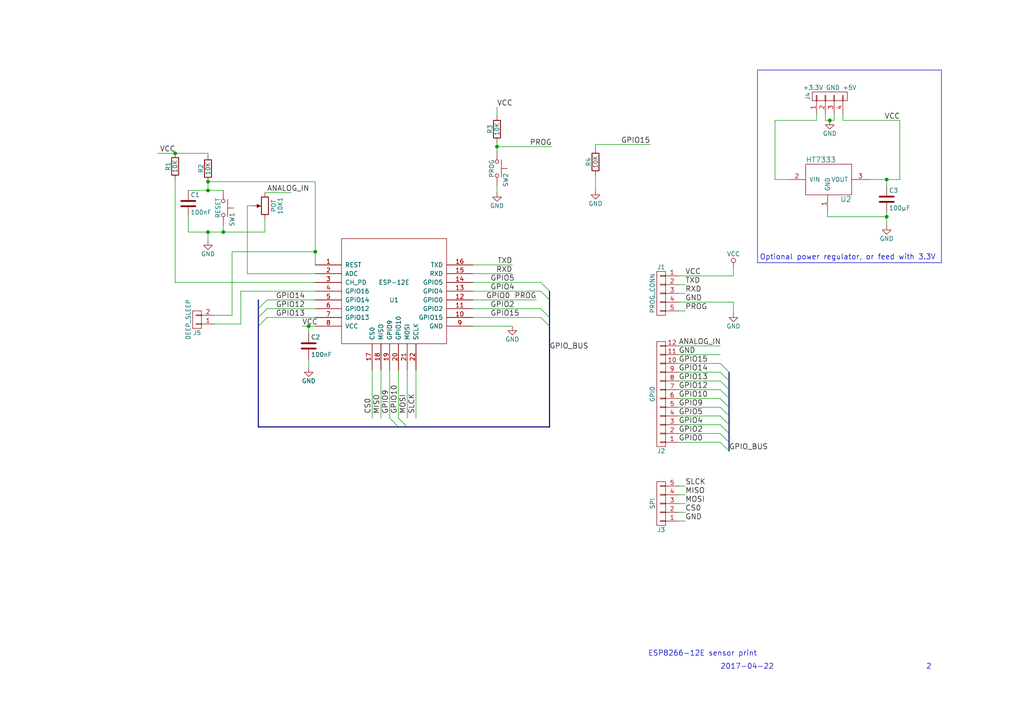
<source format=kicad_sch>
(kicad_sch (version 20230121) (generator eeschema)
  (paper "A4")
  (lib_symbols
    (symbol "ESP-Sensors-rescue:C" (pin_numbers hide) (pin_names (offset 0.254))
      (property "Reference" "C" (at 0.635 2.54 0))
      (property "Value" "C" (at 0.635 -2.54 0))
      (symbol "C_0_1"
        (polyline (pts (xy -2.032 -0.762) (xy 2.032 -0.762)) (stroke (width 0.508)))
        (polyline (pts (xy -2.032 0.762) (xy 2.032 0.762)) (stroke (width 0.508)))
      )
      (symbol "C_1_1"
        (pin passive line (at 0 3.81 270) (length 2.794) (name "~") (number "1"))
        (pin passive line (at 0 -3.81 90) (length 2.794) (name "~") (number "2"))
      )
    )
    (symbol "ESP-Sensors-rescue:CONN_01X02" (pin_names (offset 1.016) hide)
      (property "Reference" "J" (at 0 3.81 0))
      (property "Value" "CONN_01X02" (at 2.54 0 90))
      (symbol "CONN_01X02_0_1"
        (rectangle (start -1.27 -1.143) (end 0.254 -1.397))
        (rectangle (start -1.27 1.397) (end 0.254 1.143))
        (rectangle (start -1.27 2.54) (end 1.27 -2.54))
      )
      (symbol "CONN_01X02_1_1"
        (pin passive line (at -5.08 1.27 0) (length 3.81) (name "P1") (number "1"))
        (pin passive line (at -5.08 -1.27 0) (length 3.81) (name "P2") (number "2"))
      )
    )
    (symbol "ESP-Sensors-rescue:CONN_01X04" (pin_names (offset 1.016) hide)
      (property "Reference" "J" (at 0 6.35 0))
      (property "Value" "CONN_01X04" (at 2.54 0 90))
      (symbol "CONN_01X04_0_1"
        (rectangle (start -1.27 -3.683) (end 0.254 -3.937))
        (rectangle (start -1.27 -1.143) (end 0.254 -1.397))
        (rectangle (start -1.27 1.397) (end 0.254 1.143))
        (rectangle (start -1.27 3.937) (end 0.254 3.683))
        (rectangle (start -1.27 5.08) (end 1.27 -5.08))
      )
      (symbol "CONN_01X04_1_1"
        (pin power_out line (at -5.08 3.81 0) (length 3.81) (name "P1") (number "1"))
        (pin passive line (at -5.08 1.27 0) (length 3.81) (name "P2") (number "2"))
        (pin passive line (at -5.08 -1.27 0) (length 3.81) (name "P3") (number "3"))
        (pin passive line (at -5.08 -3.81 0) (length 3.81) (name "P4") (number "4"))
      )
    )
    (symbol "ESP-Sensors-rescue:CONN_01X05" (pin_names (offset 1.016) hide)
      (property "Reference" "J" (at 0 7.62 0))
      (property "Value" "CONN_01X05" (at 2.54 0 90))
      (symbol "CONN_01X05_0_1"
        (rectangle (start -1.27 -4.953) (end 0.254 -5.207))
        (rectangle (start -1.27 -2.413) (end 0.254 -2.667))
        (rectangle (start -1.27 0.127) (end 0.254 -0.127))
        (rectangle (start -1.27 2.667) (end 0.254 2.413))
        (rectangle (start -1.27 5.207) (end 0.254 4.953))
        (rectangle (start -1.27 6.35) (end 1.27 -6.35))
      )
      (symbol "CONN_01X05_1_1"
        (pin passive line (at -5.08 5.08 0) (length 3.81) (name "P1") (number "1"))
        (pin passive line (at -5.08 2.54 0) (length 3.81) (name "P2") (number "2"))
        (pin passive line (at -5.08 0 0) (length 3.81) (name "P3") (number "3"))
        (pin passive line (at -5.08 -2.54 0) (length 3.81) (name "P4") (number "4"))
        (pin passive line (at -5.08 -5.08 0) (length 3.81) (name "P5") (number "5"))
      )
    )
    (symbol "ESP-Sensors-rescue:CONN_01X12" (pin_names (offset 1.016) hide)
      (property "Reference" "J" (at 0 16.51 0))
      (property "Value" "CONN_01X12" (at 2.54 0 90))
      (symbol "CONN_01X12_0_1"
        (rectangle (start -1.27 -15.24) (end 1.27 15.24))
        (rectangle (start -1.27 -13.843) (end 0.254 -14.097))
        (rectangle (start -1.27 -11.303) (end 0.254 -11.557))
        (rectangle (start -1.27 -8.763) (end 0.254 -9.017))
        (rectangle (start -1.27 -6.223) (end 0.254 -6.477))
        (rectangle (start -1.27 -3.683) (end 0.254 -3.937))
        (rectangle (start -1.27 -1.143) (end 0.254 -1.397))
        (rectangle (start -1.27 1.397) (end 0.254 1.143))
        (rectangle (start -1.27 3.937) (end 0.254 3.683))
        (rectangle (start -1.27 6.477) (end 0.254 6.223))
        (rectangle (start -1.27 9.017) (end 0.254 8.763))
        (rectangle (start -1.27 11.557) (end 0.254 11.303))
        (rectangle (start -1.27 14.097) (end 0.254 13.843))
      )
      (symbol "CONN_01X12_1_1"
        (pin passive line (at -5.08 13.97 0) (length 3.81) (name "P1") (number "1"))
        (pin passive line (at -5.08 -8.89 0) (length 3.81) (name "P10") (number "10"))
        (pin passive line (at -5.08 -11.43 0) (length 3.81) (name "P11") (number "11"))
        (pin passive line (at -5.08 -13.97 0) (length 3.81) (name "P12") (number "12"))
        (pin passive line (at -5.08 11.43 0) (length 3.81) (name "P2") (number "2"))
        (pin passive line (at -5.08 8.89 0) (length 3.81) (name "P3") (number "3"))
        (pin passive line (at -5.08 6.35 0) (length 3.81) (name "P4") (number "4"))
        (pin passive line (at -5.08 3.81 0) (length 3.81) (name "P5") (number "5"))
        (pin passive line (at -5.08 1.27 0) (length 3.81) (name "P6") (number "6"))
        (pin passive line (at -5.08 -1.27 0) (length 3.81) (name "P7") (number "7"))
        (pin passive line (at -5.08 -3.81 0) (length 3.81) (name "P8") (number "8"))
        (pin passive line (at -5.08 -6.35 0) (length 3.81) (name "P9") (number "9"))
      )
    )
    (symbol "ESP-Sensors-rescue:ESP-12E" (pin_names (offset 1.016))
      (property "Reference" "U" (at 0 -2.54 0))
      (property "Value" "ESP-12E" (at 0 2.54 0))
      (symbol "ESP-12E_1_0"
        (rectangle (start -15.24 -15.24) (end 15.24 15.24))
      )
      (symbol "ESP-12E_1_1"
        (pin input line (at -22.86 7.62 0) (length 7.62) (name "REST") (number "1"))
        (pin bidirectional line (at 22.86 -7.62 180) (length 7.62) (name "GPIO15") (number "10"))
        (pin bidirectional line (at 22.86 -5.08 180) (length 7.62) (name "GPIO2") (number "11"))
        (pin bidirectional line (at 22.86 -2.54 180) (length 7.62) (name "GPIO0") (number "12"))
        (pin bidirectional line (at 22.86 0 180) (length 7.62) (name "GPIO4") (number "13"))
        (pin bidirectional line (at 22.86 2.54 180) (length 7.62) (name "GPIO5") (number "14"))
        (pin input line (at 22.86 5.08 180) (length 7.62) (name "RXD") (number "15"))
        (pin output line (at 22.86 7.62 180) (length 7.62) (name "TXD") (number "16"))
        (pin bidirectional line (at -6.35 -22.86 90) (length 7.62) (name "CS0") (number "17"))
        (pin bidirectional line (at -3.81 -22.86 90) (length 7.62) (name "MISO") (number "18"))
        (pin bidirectional line (at -1.27 -22.86 90) (length 7.62) (name "GPIO9") (number "19"))
        (pin passive line (at -22.86 5.08 0) (length 7.62) (name "ADC") (number "2"))
        (pin bidirectional line (at 1.27 -22.86 90) (length 7.62) (name "GPIO10") (number "20"))
        (pin bidirectional line (at 3.81 -22.86 90) (length 7.62) (name "MOSI") (number "21"))
        (pin bidirectional line (at 6.35 -22.86 90) (length 7.62) (name "SCLK") (number "22"))
        (pin input line (at -22.86 2.54 0) (length 7.62) (name "CH_PD") (number "3"))
        (pin bidirectional line (at -22.86 0 0) (length 7.62) (name "GPIO16") (number "4"))
        (pin bidirectional line (at -22.86 -2.54 0) (length 7.62) (name "GPIO14") (number "5"))
        (pin bidirectional line (at -22.86 -5.08 0) (length 7.62) (name "GPIO12") (number "6"))
        (pin bidirectional line (at -22.86 -7.62 0) (length 7.62) (name "GPIO13") (number "7"))
        (pin power_in line (at -22.86 -10.16 0) (length 7.62) (name "VCC") (number "8"))
        (pin power_in line (at 22.86 -10.16 180) (length 7.62) (name "GND") (number "9"))
      )
    )
    (symbol "ESP-Sensors-rescue:GND" (power) (pin_names (offset 0))
      (property "Value" "GND" (at 0 -3.81 0))
      (symbol "GND_0_1"
        (polyline (pts (xy 0 0) (xy 0 -1.27) (xy 1.27 -1.27) (xy 0 -2.54) (xy -1.27 -1.27) (xy 0 -1.27)))
      )
      (symbol "GND_1_1"
        (pin power_in line (at 0 0 270) (length 0) hide (name "GND") (number "1"))
      )
    )
    (symbol "ESP-Sensors-rescue:HT7333" (pin_names (offset 1.016))
      (property "Reference" "U" (at 6.985 -5.715 0))
      (property "Value" "HT7333" (at -1.905 5.715 0))
      (symbol "HT7333_0_1"
        (rectangle (start -6.35 4.445) (end 6.985 -4.445))
      )
      (symbol "HT7333_1_1"
        (pin passive line (at 0 -9.525 90) (length 5.08) (name "GND") (number "1"))
        (pin power_in line (at -11.43 0 0) (length 5.08) (name "VIN") (number "2"))
        (pin power_out line (at 12.065 0 180) (length 5.08) (name "VOUT") (number "3"))
      )
    )
    (symbol "ESP-Sensors-rescue:POT" (pin_numbers hide) (pin_names (offset 1.016) hide)
      (property "Reference" "RV" (at -4.445 0 90))
      (property "Value" "POT" (at -2.54 0 90))
      (symbol "POT_0_1"
        (polyline (pts (xy 2.54 0) (xy 1.524 0)))
        (polyline (pts (xy 1.143 0) (xy 2.286 0.508) (xy 2.286 -0.508)) (fill (type outline)))
        (rectangle (start 1.016 2.54) (end -1.016 -2.54) (stroke (width 0.254)))
      )
      (symbol "POT_1_1"
        (pin passive line (at 0 3.81 270) (length 1.27) (name "1") (number "1"))
        (pin passive line (at 3.81 0 180) (length 1.27) (name "2") (number "2"))
        (pin passive line (at 0 -3.81 90) (length 1.27) (name "3") (number "3"))
      )
    )
    (symbol "ESP-Sensors-rescue:PROG_CONN" (pin_names (offset 1.016) hide)
      (property "Reference" "J" (at 0 7.62 0))
      (property "Value" "PROG_CONN" (at 2.54 0 90))
      (symbol "PROG_CONN_0_1"
        (rectangle (start -1.27 -4.953) (end 0.254 -5.207))
        (rectangle (start -1.27 -2.413) (end 0.254 -2.667))
        (rectangle (start -1.27 0.127) (end 0.254 -0.127))
        (rectangle (start -1.27 2.667) (end 0.254 2.413))
        (rectangle (start -1.27 5.207) (end 0.254 4.953))
        (rectangle (start -1.27 6.35) (end 1.27 -6.35))
      )
      (symbol "PROG_CONN_1_1"
        (pin passive line (at -5.08 5.08 0) (length 3.81) (name "P1") (number "1"))
        (pin input line (at -5.08 2.54 0) (length 3.81) (name "P2") (number "2"))
        (pin output line (at -5.08 0 0) (length 3.81) (name "P3") (number "3"))
        (pin power_out line (at -5.08 -2.54 0) (length 3.81) (name "P4") (number "4"))
        (pin passive line (at -5.08 -5.08 0) (length 3.81) (name "P5") (number "5"))
      )
    )
    (symbol "ESP-Sensors-rescue:R" (pin_numbers hide) (pin_names (offset 0))
      (property "Reference" "R" (at 2.032 0 90))
      (property "Value" "R" (at 0 0 90))
      (symbol "R_0_1"
        (rectangle (start -1.016 -2.54) (end 1.016 2.54) (stroke (width 0.254)))
      )
      (symbol "R_1_1"
        (pin passive line (at 0 3.81 270) (length 1.27) (name "~") (number "1"))
        (pin passive line (at 0 -3.81 90) (length 1.27) (name "~") (number "2"))
      )
    )
    (symbol "ESP-Sensors-rescue:SW_Push" (pin_numbers hide) (pin_names (offset 1.016) hide)
      (property "Reference" "SW" (at 1.27 2.54 0))
      (property "Value" "SW_Push" (at 0 -1.524 0))
      (symbol "SW_Push_0_1"
        (circle (center -2.032 0) (radius 0.508))
        (polyline (pts (xy 0 1.27) (xy 0 3.048)))
        (polyline (pts (xy 2.54 1.27) (xy -2.54 1.27)))
        (circle (center 2.032 0) (radius 0.508))
        (pin passive line (at -5.08 0 0) (length 2.54) (name "1") (number "1"))
        (pin passive line (at 5.08 0 180) (length 2.54) (name "2") (number "2"))
      )
    )
    (symbol "ESP-Sensors-rescue:VCC" (power) (pin_names (offset 0))
      (property "Value" "VCC" (at 0 3.81 0))
      (symbol "VCC_0_1"
        (polyline (pts (xy 0 0) (xy 0 1.27)))
        (circle (center 0 1.905) (radius 0.635))
      )
      (symbol "VCC_1_1"
        (pin power_in line (at 0 0 90) (length 0) hide (name "VCC") (number "1"))
      )
    )
  )
  (junction (at 89.535 94.615))
  (junction (at 60.325 67.31))
  (junction (at 50.8 44.45))
  (junction (at 144.145 42.545))
  (junction (at 91.44 73.025))
  (junction (at 240.665 34.925))
  (junction (at 60.325 52.705))
  (junction (at 257.175 62.865))
  (junction (at 60.325 55.245))
  (junction (at 64.77 67.31))
  (junction (at 257.175 52.07))
  (bus_entry (at 156.845 89.535) (size 2.54 2.54))
  (bus_entry (at 208.915 128.27) (size 2.54 2.54))
  (bus_entry (at 77.47 92.075) (size -2.54 2.54))
  (bus_entry (at 77.47 89.535) (size -2.54 2.54))
  (bus_entry (at 113.03 121.285) (size 2.54 2.54))
  (bus_entry (at 156.845 81.915) (size 2.54 2.54))
  (bus_entry (at 156.845 84.455) (size 2.54 2.54))
  (bus_entry (at 208.915 110.49) (size 2.54 2.54))
  (bus_entry (at 208.915 105.41) (size 2.54 2.54))
  (bus_entry (at 208.915 125.73) (size 2.54 2.54))
  (bus_entry (at 208.915 118.11) (size 2.54 2.54))
  (bus_entry (at 208.915 113.03) (size 2.54 2.54))
  (bus_entry (at 115.57 121.285) (size 2.54 2.54))
  (bus_entry (at 208.915 107.95) (size 2.54 2.54))
  (bus_entry (at 208.915 120.65) (size 2.54 2.54))
  (bus_entry (at 77.47 86.995) (size -2.54 2.54))
  (bus_entry (at 156.845 92.075) (size 2.54 2.54))
  (bus_entry (at 208.915 115.57) (size 2.54 2.54))
  (bus_entry (at 208.915 123.19) (size 2.54 2.54))
  (bus (pts (xy 211.455 120.65) (xy 211.455 123.19)))
  (bus (pts (xy 118.11 123.825) (xy 159.385 123.825)))
  (wire (pts (xy 69.85 84.455) (xy 69.85 93.98)))
  (wire (pts (xy 54.61 67.31) (xy 60.325 67.31)))
  (wire (pts (xy 244.475 33.02) (xy 244.475 34.925)))
  (wire (pts (xy 224.79 52.07) (xy 228.6 52.07)))
  (wire (pts (xy 137.16 81.915) (xy 156.845 81.915)))
  (wire (pts (xy 196.85 128.27) (xy 208.915 128.27)))
  (wire (pts (xy 196.85 143.51) (xy 198.755 143.51)))
  (wire (pts (xy 260.985 34.925) (xy 260.985 52.07)))
  (wire (pts (xy 144.145 41.275) (xy 144.145 42.545)))
  (wire (pts (xy 144.145 33.655) (xy 144.145 31.115)))
  (wire (pts (xy 110.49 107.315) (xy 110.49 121.285)))
  (polyline (pts (xy 219.71 76.2) (xy 273.05 76.2)))
  (wire (pts (xy 76.835 67.31) (xy 76.835 63.5)))
  (wire (pts (xy 196.85 125.73) (xy 208.915 125.73)))
  (bus (pts (xy 159.385 94.615) (xy 159.385 92.075)))
  (wire (pts (xy 196.85 105.41) (xy 208.915 105.41)))
  (wire (pts (xy 67.31 91.44) (xy 67.31 73.025)))
  (wire (pts (xy 137.16 79.375) (xy 148.59 79.375)))
  (wire (pts (xy 115.57 107.315) (xy 115.57 121.285)))
  (wire (pts (xy 137.16 92.075) (xy 156.845 92.075)))
  (wire (pts (xy 196.85 151.13) (xy 198.755 151.13)))
  (wire (pts (xy 239.395 33.02) (xy 239.395 34.925)))
  (wire (pts (xy 236.855 34.925) (xy 236.855 33.02)))
  (bus (pts (xy 211.455 118.11) (xy 211.455 120.65)))
  (wire (pts (xy 54.61 55.245) (xy 60.325 55.245)))
  (wire (pts (xy 54.61 62.865) (xy 54.61 67.31)))
  (wire (pts (xy 196.85 123.19) (xy 208.915 123.19)))
  (wire (pts (xy 89.535 94.615) (xy 89.535 96.52)))
  (bus (pts (xy 211.455 107.95) (xy 211.455 110.49)))
  (wire (pts (xy 239.395 34.925) (xy 240.665 34.925)))
  (wire (pts (xy 60.325 44.45) (xy 60.325 45.085)))
  (wire (pts (xy 224.79 34.925) (xy 224.79 52.07)))
  (wire (pts (xy 60.325 55.245) (xy 64.77 55.245)))
  (polyline (pts (xy 219.71 20.32) (xy 219.71 76.2)))
  (wire (pts (xy 118.11 107.315) (xy 118.11 121.285)))
  (wire (pts (xy 91.44 89.535) (xy 77.47 89.535)))
  (wire (pts (xy 196.85 148.59) (xy 198.755 148.59)))
  (wire (pts (xy 172.72 41.91) (xy 188.595 41.91)))
  (wire (pts (xy 71.755 59.69) (xy 73.025 59.69)))
  (wire (pts (xy 144.145 42.545) (xy 160.02 42.545)))
  (wire (pts (xy 64.77 67.31) (xy 76.835 67.31)))
  (wire (pts (xy 71.755 79.375) (xy 91.44 79.375)))
  (wire (pts (xy 240.03 62.865) (xy 257.175 62.865)))
  (bus (pts (xy 159.385 92.075) (xy 159.385 86.995)))
  (wire (pts (xy 257.175 62.865) (xy 257.175 65.405)))
  (wire (pts (xy 212.725 80.01) (xy 212.725 77.47)))
  (bus (pts (xy 74.93 94.615) (xy 74.93 123.825)))
  (bus (pts (xy 159.385 123.825) (xy 159.385 94.615)))
  (wire (pts (xy 196.85 113.03) (xy 208.915 113.03)))
  (wire (pts (xy 137.16 86.995) (xy 155.575 86.995)))
  (wire (pts (xy 87.63 94.615) (xy 89.535 94.615)))
  (wire (pts (xy 91.44 52.705) (xy 91.44 73.025)))
  (bus (pts (xy 211.455 128.27) (xy 211.455 130.81)))
  (wire (pts (xy 257.175 52.07) (xy 252.095 52.07)))
  (wire (pts (xy 144.145 42.545) (xy 144.145 43.815)))
  (wire (pts (xy 62.23 91.44) (xy 67.31 91.44)))
  (bus (pts (xy 211.455 125.73) (xy 211.455 128.27)))
  (wire (pts (xy 240.03 61.595) (xy 240.03 62.865)))
  (wire (pts (xy 196.85 107.95) (xy 208.915 107.95)))
  (wire (pts (xy 257.175 61.595) (xy 257.175 62.865)))
  (wire (pts (xy 196.85 100.33) (xy 208.915 100.33)))
  (wire (pts (xy 196.85 146.05) (xy 198.755 146.05)))
  (wire (pts (xy 196.85 90.17) (xy 198.755 90.17)))
  (wire (pts (xy 196.85 102.87) (xy 208.915 102.87)))
  (wire (pts (xy 172.72 41.91) (xy 172.72 43.18)))
  (wire (pts (xy 212.725 87.63) (xy 212.725 90.805)))
  (wire (pts (xy 91.44 86.995) (xy 77.47 86.995)))
  (wire (pts (xy 196.85 110.49) (xy 208.915 110.49)))
  (bus (pts (xy 74.93 92.075) (xy 74.93 94.615)))
  (wire (pts (xy 60.325 55.245) (xy 60.325 52.705)))
  (wire (pts (xy 196.85 115.57) (xy 208.915 115.57)))
  (wire (pts (xy 60.325 52.705) (xy 91.44 52.705)))
  (wire (pts (xy 67.31 73.025) (xy 91.44 73.025)))
  (wire (pts (xy 91.44 73.025) (xy 91.44 76.835)))
  (polyline (pts (xy 273.05 20.32) (xy 219.71 20.32)))
  (wire (pts (xy 144.145 53.975) (xy 144.145 55.88)))
  (wire (pts (xy 196.85 87.63) (xy 212.725 87.63)))
  (wire (pts (xy 64.77 67.31) (xy 64.77 65.405)))
  (bus (pts (xy 211.455 110.49) (xy 211.455 113.03)))
  (bus (pts (xy 74.93 86.995) (xy 74.93 89.535)))
  (bus (pts (xy 211.455 113.03) (xy 211.455 115.57)))
  (wire (pts (xy 137.16 89.535) (xy 156.845 89.535)))
  (wire (pts (xy 137.16 84.455) (xy 156.845 84.455)))
  (wire (pts (xy 240.665 34.925) (xy 241.935 34.925)))
  (wire (pts (xy 196.85 80.01) (xy 212.725 80.01)))
  (wire (pts (xy 196.85 120.65) (xy 208.915 120.65)))
  (bus (pts (xy 159.385 86.995) (xy 159.385 84.455)))
  (wire (pts (xy 120.65 107.315) (xy 120.65 121.285)))
  (wire (pts (xy 257.175 52.07) (xy 257.175 53.975)))
  (wire (pts (xy 45.72 44.45) (xy 50.8 44.45)))
  (wire (pts (xy 244.475 34.925) (xy 260.985 34.925)))
  (wire (pts (xy 60.325 67.31) (xy 60.325 69.85)))
  (wire (pts (xy 50.8 44.45) (xy 60.325 44.45)))
  (wire (pts (xy 89.535 104.14) (xy 89.535 106.68)))
  (wire (pts (xy 224.79 34.925) (xy 236.855 34.925)))
  (wire (pts (xy 196.85 85.09) (xy 198.755 85.09)))
  (wire (pts (xy 241.935 34.925) (xy 241.935 33.02)))
  (bus (pts (xy 211.455 123.19) (xy 211.455 125.73)))
  (bus (pts (xy 74.93 123.825) (xy 115.57 123.825)))
  (wire (pts (xy 91.44 92.075) (xy 77.47 92.075)))
  (wire (pts (xy 137.16 76.835) (xy 148.59 76.835)))
  (wire (pts (xy 113.03 107.315) (xy 113.03 121.285)))
  (wire (pts (xy 76.835 55.88) (xy 84.455 55.88)))
  (wire (pts (xy 196.85 82.55) (xy 198.755 82.55)))
  (wire (pts (xy 260.985 52.07) (xy 257.175 52.07)))
  (wire (pts (xy 107.95 107.315) (xy 107.95 121.285)))
  (wire (pts (xy 50.8 52.07) (xy 50.8 81.915)))
  (wire (pts (xy 89.535 94.615) (xy 91.44 94.615)))
  (wire (pts (xy 71.755 79.375) (xy 71.755 59.69)))
  (wire (pts (xy 69.85 93.98) (xy 62.23 93.98)))
  (wire (pts (xy 60.325 67.31) (xy 64.77 67.31)))
  (wire (pts (xy 196.85 118.11) (xy 208.915 118.11)))
  (bus (pts (xy 115.57 123.825) (xy 118.11 123.825)))
  (wire (pts (xy 196.85 140.97) (xy 198.755 140.97)))
  (polyline (pts (xy 273.05 76.2) (xy 273.05 20.32)))
  (wire (pts (xy 69.85 84.455) (xy 91.44 84.455)))
  (bus (pts (xy 211.455 115.57) (xy 211.455 118.11)))
  (wire (pts (xy 50.8 81.915) (xy 91.44 81.915)))
  (bus (pts (xy 74.93 89.535) (xy 74.93 92.075)))
  (wire (pts (xy 172.72 50.8) (xy 172.72 55.245)))
  (wire (pts (xy 137.16 94.615) (xy 148.59 94.615)))
  (text "Optional power regulator, or feed with 3.3V" (at 220.345 75.565 0) (effects (font (size 1.524 1.524)) (justify left bottom)))
  (text "2" (at 268.605 194.31 0) (effects (font (size 1.524 1.524)) (justify left bottom)))
  (text "2017-04-22" (at 208.915 194.31 0) (effects (font (size 1.524 1.524)) (justify left bottom)))
  (text "ESP8266-12E sensor print" (at 187.96 190.5 0) (effects (font (size 1.524 1.524)) (justify left bottom)))
  (label "GND" (at 198.755 151.13 0) (effects (font (size 1.524 1.524))))
  (label "ANALOG_IN" (at 77.47 55.88 0) (effects (font (size 1.524 1.524))))
  (label "GPIO13" (at 80.01 92.075 0) (effects (font (size 1.524 1.524))))
  (label "GPIO2" (at 196.85 125.73 0) (effects (font (size 1.524 1.524))))
  (label "MISO" (at 198.755 143.51 0) (effects (font (size 1.524 1.524))))
  (label "GPIO10" (at 196.85 115.57 0) (effects (font (size 1.524 1.524))))
  (label "MOSI" (at 198.755 146.05 0) (effects (font (size 1.524 1.524))))
  (label "GPIO_BUS" (at 211.455 130.81 0) (effects (font (size 1.524 1.524))))
  (label "GPIO12" (at 196.85 113.03 0) (effects (font (size 1.524 1.524))))
  (label "GND" (at 196.85 102.87 0) (effects (font (size 1.524 1.524))))
  (label "GPIO14" (at 80.01 86.995 0) (effects (font (size 1.524 1.524))))
  (label "ANALOG_IN" (at 196.85 100.33 0) (effects (font (size 1.524 1.524))))
  (label "GPIO15" (at 142.24 92.075 0) (effects (font (size 1.524 1.524))))
  (label "GPIO_BUS" (at 159.385 101.6 0) (effects (font (size 1.524 1.524))))
  (label "GPIO9" (at 196.85 118.11 0) (effects (font (size 1.524 1.524))))
  (label "PROG" (at 198.755 90.17 0) (effects (font (size 1.524 1.524))))
  (label "GPIO4" (at 142.24 84.455 0) (effects (font (size 1.524 1.524))))
  (label "GPIO10" (at 115.57 120.015 90) (effects (font (size 1.524 1.524))))
  (label "GND" (at 198.755 87.63 0) (effects (font (size 1.524 1.524))))
  (label "VCC" (at 46.355 44.45 0) (effects (font (size 1.524 1.524))))
  (label "GPIO9" (at 113.03 120.015 90) (effects (font (size 1.524 1.524))))
  (label "VCC" (at 198.755 80.01 0) (effects (font (size 1.524 1.524))))
  (label "SLCK" (at 120.65 120.015 90) (effects (font (size 1.524 1.524))))
  (label "GPIO0" (at 196.85 128.27 0) (effects (font (size 1.524 1.524))))
  (label "VCC" (at 144.145 31.115 0) (effects (font (size 1.524 1.524))))
  (label "MOSI" (at 118.11 120.015 90) (effects (font (size 1.524 1.524))))
  (label "MISO" (at 110.49 120.015 90) (effects (font (size 1.524 1.524))))
  (label "VCC" (at 87.63 94.615 0) (effects (font (size 1.524 1.524))))
  (label "VCC" (at 256.54 34.925 0) (effects (font (size 1.524 1.524))))
  (label "GPIO13" (at 196.85 110.49 0) (effects (font (size 1.524 1.524))))
  (label "GPIO15" (at 188.595 41.91 180) (effects (font (size 1.524 1.524))))
  (label "GPIO5" (at 196.85 120.65 0) (effects (font (size 1.524 1.524))))
  (label "GPIO12" (at 80.01 89.535 0) (effects (font (size 1.524 1.524))))
  (label "GPIO4" (at 196.85 123.19 0) (effects (font (size 1.524 1.524))))
  (label "RXD" (at 198.755 85.09 0) (effects (font (size 1.524 1.524))))
  (label "RXD" (at 148.59 79.375 180) (effects (font (size 1.524 1.524))))
  (label "PROG" (at 160.02 42.545 180) (effects (font (size 1.524 1.524))))
  (label "GPIO0" (at 140.97 86.995 0) (effects (font (size 1.524 1.524))))
  (label "CS0" (at 107.95 120.015 90) (effects (font (size 1.524 1.524))))
  (label "GPIO14" (at 196.85 107.95 0) (effects (font (size 1.524 1.524))))
  (label "CS0" (at 198.755 148.59 0) (effects (font (size 1.524 1.524))))
  (label "TXD" (at 148.59 76.835 180) (effects (font (size 1.524 1.524))))
  (label "GPIO15" (at 196.85 105.41 0) (effects (font (size 1.524 1.524))))
  (label "GPIO5" (at 142.24 81.915 0) (effects (font (size 1.524 1.524))))
  (label "TXD" (at 198.755 82.55 0) (effects (font (size 1.524 1.524))))
  (label "PROG" (at 155.575 86.995 180) (effects (font (size 1.524 1.524))))
  (label "GPIO2" (at 142.24 89.535 0) (effects (font (size 1.524 1.524))))
  (label "SLCK" (at 198.755 140.97 0) (effects (font (size 1.524 1.524))))
  (symbol (lib_id "ESP-Sensors-rescue:ESP-12E") (at 114.3 84.455 0) (unit 1)
    (property "Reference" "U1" (at 114.3 86.995 0))
    (property "Value" "ESP-12E" (at 114.3 81.915 0))
    (property "Footprint" "ESP8266:ESP-12E" (effects hide))
  )
  (symbol (lib_id "ESP-Sensors-rescue:CONN_01X12") (at 191.77 114.3 180) (unit 1)
    (property "Reference" "J2" (at 191.77 130.81 0))
    (property "Value" "GPIO" (at 189.23 114.3 90))
    (property "Footprint" "Pin_Headers:Pin_Header_Straight_1x12" (effects hide))
  )
  (symbol (lib_id "ESP-Sensors-rescue:R") (at 60.325 48.895 180) (unit 1)
    (property "Reference" "R2" (at 58.293 48.895 90))
    (property "Value" "10K" (at 60.325 48.895 90))
    (property "Footprint" "Resistors_SMD:R_0805_HandSoldering" (effects hide))
  )
  (symbol (lib_id "ESP-Sensors-rescue:SW_Push") (at 64.77 60.325 270) (unit 1)
    (property "Reference" "SW1" (at 67.31 61.595 0) (effects (justify left)))
    (property "Value" "RESET" (at 63.246 60.325 0))
    (property "Footprint" "Buttons_Switches_THT:SW_PUSH_6mm" (effects hide))
  )
  (symbol (lib_id "ESP-Sensors-rescue:GND") (at 60.325 69.85 0) (unit 1)
    (property "Reference" "#PWR01" (effects hide))
    (property "Value" "GND" (at 60.325 73.66 0))
  )
  (symbol (lib_id "ESP-Sensors-rescue:R") (at 50.8 48.26 180) (unit 1)
    (property "Reference" "R1" (at 48.768 48.26 90))
    (property "Value" "10K" (at 50.8 48.26 90))
    (property "Footprint" "Resistors_SMD:R_0805_HandSoldering" (effects hide))
  )
  (symbol (lib_id "ESP-Sensors-rescue:POT") (at 76.835 59.69 180) (unit 1)
    (property "Reference" "10K1" (at 81.28 59.69 90))
    (property "Value" "POT" (at 79.375 59.69 90))
    (property "Footprint" "Potentiometers:Potentiometer_Trimmer_Vishay_T73YP_Horizontal" (effects hide))
  )
  (symbol (lib_id "ESP-Sensors-rescue:C") (at 257.175 57.785 0) (unit 1)
    (property "Reference" "C3" (at 257.81 55.245 0) (effects (justify left)))
    (property "Value" "100µF" (at 257.81 60.325 0) (effects (justify left)))
    (property "Footprint" "Capacitors_SMD:c_elec_6.3x7.7" (effects hide))
  )
  (symbol (lib_id "ESP-Sensors-rescue:GND") (at 257.175 65.405 0) (unit 1)
    (property "Reference" "#PWR02" (effects hide))
    (property "Value" "GND" (at 257.175 69.215 0))
  )
  (symbol (lib_id "ESP-Sensors-rescue:GND") (at 212.725 90.805 0) (unit 1)
    (property "Reference" "#PWR03" (effects hide))
    (property "Value" "GND" (at 212.725 94.615 0))
  )
  (symbol (lib_id "ESP-Sensors-rescue:C") (at 54.61 59.055 0) (unit 1)
    (property "Reference" "C1" (at 55.245 56.515 0) (effects (justify left)))
    (property "Value" "100nF" (at 55.245 61.595 0) (effects (justify left)))
    (property "Footprint" "Capacitors_SMD:C_0805_HandSoldering" (effects hide))
  )
  (symbol (lib_id "ESP-Sensors-rescue:R") (at 144.145 37.465 180) (unit 1)
    (property "Reference" "R3" (at 142.113 37.465 90))
    (property "Value" "10K" (at 144.145 37.465 90))
    (property "Footprint" "Resistors_SMD:R_0805_HandSoldering" (effects hide))
  )
  (symbol (lib_id "ESP-Sensors-rescue:SW_Push") (at 144.145 48.895 270) (unit 1)
    (property "Reference" "SW2" (at 146.685 50.165 0) (effects (justify left)))
    (property "Value" "PROG" (at 142.621 48.895 0))
    (property "Footprint" "Buttons_Switches_THT:SW_PUSH_6mm" (effects hide))
  )
  (symbol (lib_id "ESP-Sensors-rescue:GND") (at 144.145 55.88 0) (unit 1)
    (property "Reference" "#PWR04" (effects hide))
    (property "Value" "GND" (at 144.145 59.69 0))
  )
  (symbol (lib_id "ESP-Sensors-rescue:VCC") (at 212.725 77.47 0) (unit 1)
    (property "Reference" "#PWR05" (effects hide))
    (property "Value" "VCC" (at 212.725 73.66 0))
  )
  (symbol (lib_id "ESP-Sensors-rescue:GND") (at 148.59 94.615 0) (unit 1)
    (property "Reference" "#PWR06" (effects hide))
    (property "Value" "GND" (at 148.59 98.425 0))
  )
  (symbol (lib_id "ESP-Sensors-rescue:PROG_CONN") (at 191.77 85.09 0) (mirror y) (unit 1)
    (property "Reference" "J1" (at 191.77 77.47 0))
    (property "Value" "PROG_CONN" (at 189.23 85.09 90))
    (property "Footprint" "ESP-RS232:Pin_Header_Straight_1x05b" (effects hide))
  )
  (symbol (lib_id "ESP-Sensors-rescue:GND") (at 240.665 34.925 0) (unit 1)
    (property "Reference" "#PWR07" (effects hide))
    (property "Value" "GND" (at 240.665 38.735 0))
  )
  (symbol (lib_id "ESP-Sensors-rescue:GND") (at 89.535 106.68 0) (unit 1)
    (property "Reference" "#PWR08" (effects hide))
    (property "Value" "GND" (at 89.535 110.49 0))
  )
  (symbol (lib_id "ESP-Sensors-rescue:C") (at 89.535 100.33 0) (unit 1)
    (property "Reference" "C2" (at 90.17 97.79 0) (effects (justify left)))
    (property "Value" "100nF" (at 90.17 102.87 0) (effects (justify left)))
    (property "Footprint" "Capacitors_SMD:C_0805_HandSoldering" (effects hide))
  )
  (symbol (lib_id "ESP-Sensors-rescue:CONN_01X05") (at 191.77 146.05 180) (unit 1)
    (property "Reference" "J3" (at 191.77 153.67 0))
    (property "Value" "SPI" (at 189.23 146.05 90))
    (property "Footprint" "ESP-RS232:SPI_Header" (effects hide))
  )
  (symbol (lib_id "ESP-Sensors-rescue:CONN_01X04") (at 240.665 27.94 90) (unit 1)
    (property "Reference" "J4" (at 234.315 27.94 0))
    (property "Value" "+3.3V GND +5V" (at 240.665 25.4 90))
    (property "Footprint" "Pin_Headers:Pin_Header_Straight_1x04" (effects hide))
  )
  (symbol (lib_id "ESP-Sensors-rescue:CONN_01X02") (at 57.15 92.71 180) (unit 1)
    (property "Reference" "J5" (at 57.15 96.52 0))
    (property "Value" "DEEP_SLEEP" (at 54.61 92.71 90))
    (property "Footprint" "Pin_Headers:Pin_Header_Straight_1x02" (effects hide))
  )
  (symbol (lib_id "ESP-Sensors-rescue:R") (at 172.72 46.99 180) (unit 1)
    (property "Reference" "R4" (at 170.688 46.99 90))
    (property "Value" "10K" (at 172.72 46.99 90))
    (property "Footprint" "Resistors_SMD:R_0805_HandSoldering" (effects hide))
  )
  (symbol (lib_id "ESP-Sensors-rescue:GND") (at 172.72 55.245 0) (unit 1)
    (property "Reference" "#PWR09" (effects hide))
    (property "Value" "GND" (at 172.72 59.055 0))
  )
  (symbol (lib_id "ESP-Sensors-rescue:HT7333") (at 240.03 52.07 0) (unit 1)
    (property "Reference" "U2" (at 247.015 57.785 0) (effects (font (size 1.524 1.524)) (justify right)))
    (property "Value" "HT7333" (at 238.125 46.355 0) (effects (font (size 1.524 1.524))))
    (property "Footprint" "TO_SOT_Packages_SMD:SOT89-3_Housing_Handsoldering" (effects hide))
  )
)
</source>
